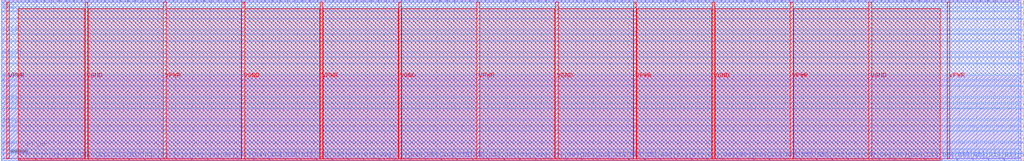
<source format=lef>
VERSION 5.7 ;
  NOWIREEXTENSIONATPIN ON ;
  DIVIDERCHAR "/" ;
  BUSBITCHARS "[]" ;
MACRO RAM32_1RW1R
  CLASS BLOCK ;
  FOREIGN RAM32_1RW1R ;
  ORIGIN 0.000 0.000 ;
  SIZE 1173.460 BY 185.440 ;
  PIN A0[0]
    DIRECTION INPUT ;
    USE SIGNAL ;
    PORT
      LAYER met3 ;
        RECT 1171.460 124.480 1173.460 125.080 ;
    END
  END A0[0]
  PIN A0[1]
    DIRECTION INPUT ;
    USE SIGNAL ;
    PORT
      LAYER met3 ;
        RECT 1171.460 137.400 1173.460 138.000 ;
    END
  END A0[1]
  PIN A0[2]
    DIRECTION INPUT ;
    USE SIGNAL ;
    PORT
      LAYER met3 ;
        RECT 1171.460 150.320 1173.460 150.920 ;
    END
  END A0[2]
  PIN A0[3]
    DIRECTION INPUT ;
    USE SIGNAL ;
    PORT
      LAYER met3 ;
        RECT 1171.460 163.240 1173.460 163.840 ;
    END
  END A0[3]
  PIN A0[4]
    DIRECTION INPUT ;
    USE SIGNAL ;
    PORT
      LAYER met3 ;
        RECT 1171.460 176.160 1173.460 176.760 ;
    END
  END A0[4]
  PIN A1[0]
    DIRECTION INPUT ;
    USE SIGNAL ;
    PORT
      LAYER met3 ;
        RECT 0.000 39.480 2.000 40.080 ;
    END
  END A1[0]
  PIN A1[1]
    DIRECTION INPUT ;
    USE SIGNAL ;
    PORT
      LAYER met3 ;
        RECT 0.000 66.000 2.000 66.600 ;
    END
  END A1[1]
  PIN A1[2]
    DIRECTION INPUT ;
    USE SIGNAL ;
    PORT
      LAYER met3 ;
        RECT 0.000 92.520 2.000 93.120 ;
    END
  END A1[2]
  PIN A1[3]
    DIRECTION INPUT ;
    USE SIGNAL ;
    PORT
      LAYER met3 ;
        RECT 0.000 119.040 2.000 119.640 ;
    END
  END A1[3]
  PIN A1[4]
    DIRECTION INPUT ;
    USE SIGNAL ;
    PORT
      LAYER met3 ;
        RECT 0.000 145.560 2.000 146.160 ;
    END
  END A1[4]
  PIN CLK
    DIRECTION INPUT ;
    USE SIGNAL ;
    PORT
      LAYER met3 ;
        RECT 0.000 12.960 2.000 13.560 ;
    END
  END CLK
  PIN Di0[0]
    DIRECTION INPUT ;
    USE SIGNAL ;
    PORT
      LAYER met2 ;
        RECT 21.250 0.000 21.530 2.000 ;
    END
  END Di0[0]
  PIN Di0[10]
    DIRECTION INPUT ;
    USE SIGNAL ;
    PORT
      LAYER met2 ;
        RECT 200.650 0.000 200.930 2.000 ;
    END
  END Di0[10]
  PIN Di0[11]
    DIRECTION INPUT ;
    USE SIGNAL ;
    PORT
      LAYER met2 ;
        RECT 218.590 0.000 218.870 2.000 ;
    END
  END Di0[11]
  PIN Di0[12]
    DIRECTION INPUT ;
    USE SIGNAL ;
    PORT
      LAYER met2 ;
        RECT 236.530 0.000 236.810 2.000 ;
    END
  END Di0[12]
  PIN Di0[13]
    DIRECTION INPUT ;
    USE SIGNAL ;
    PORT
      LAYER met2 ;
        RECT 254.470 0.000 254.750 2.000 ;
    END
  END Di0[13]
  PIN Di0[14]
    DIRECTION INPUT ;
    USE SIGNAL ;
    PORT
      LAYER met2 ;
        RECT 272.410 0.000 272.690 2.000 ;
    END
  END Di0[14]
  PIN Di0[15]
    DIRECTION INPUT ;
    USE SIGNAL ;
    PORT
      LAYER met2 ;
        RECT 290.350 0.000 290.630 2.000 ;
    END
  END Di0[15]
  PIN Di0[16]
    DIRECTION INPUT ;
    USE SIGNAL ;
    PORT
      LAYER met2 ;
        RECT 308.290 0.000 308.570 2.000 ;
    END
  END Di0[16]
  PIN Di0[17]
    DIRECTION INPUT ;
    USE SIGNAL ;
    PORT
      LAYER met2 ;
        RECT 326.230 0.000 326.510 2.000 ;
    END
  END Di0[17]
  PIN Di0[18]
    DIRECTION INPUT ;
    USE SIGNAL ;
    PORT
      LAYER met2 ;
        RECT 344.170 0.000 344.450 2.000 ;
    END
  END Di0[18]
  PIN Di0[19]
    DIRECTION INPUT ;
    USE SIGNAL ;
    PORT
      LAYER met2 ;
        RECT 362.110 0.000 362.390 2.000 ;
    END
  END Di0[19]
  PIN Di0[1]
    DIRECTION INPUT ;
    USE SIGNAL ;
    PORT
      LAYER met2 ;
        RECT 39.190 0.000 39.470 2.000 ;
    END
  END Di0[1]
  PIN Di0[20]
    DIRECTION INPUT ;
    USE SIGNAL ;
    PORT
      LAYER met2 ;
        RECT 380.050 0.000 380.330 2.000 ;
    END
  END Di0[20]
  PIN Di0[21]
    DIRECTION INPUT ;
    USE SIGNAL ;
    PORT
      LAYER met2 ;
        RECT 397.990 0.000 398.270 2.000 ;
    END
  END Di0[21]
  PIN Di0[22]
    DIRECTION INPUT ;
    USE SIGNAL ;
    PORT
      LAYER met2 ;
        RECT 415.930 0.000 416.210 2.000 ;
    END
  END Di0[22]
  PIN Di0[23]
    DIRECTION INPUT ;
    USE SIGNAL ;
    PORT
      LAYER met2 ;
        RECT 433.870 0.000 434.150 2.000 ;
    END
  END Di0[23]
  PIN Di0[24]
    DIRECTION INPUT ;
    USE SIGNAL ;
    PORT
      LAYER met2 ;
        RECT 451.810 0.000 452.090 2.000 ;
    END
  END Di0[24]
  PIN Di0[25]
    DIRECTION INPUT ;
    USE SIGNAL ;
    PORT
      LAYER met2 ;
        RECT 469.750 0.000 470.030 2.000 ;
    END
  END Di0[25]
  PIN Di0[26]
    DIRECTION INPUT ;
    USE SIGNAL ;
    PORT
      LAYER met2 ;
        RECT 487.690 0.000 487.970 2.000 ;
    END
  END Di0[26]
  PIN Di0[27]
    DIRECTION INPUT ;
    USE SIGNAL ;
    PORT
      LAYER met2 ;
        RECT 505.630 0.000 505.910 2.000 ;
    END
  END Di0[27]
  PIN Di0[28]
    DIRECTION INPUT ;
    USE SIGNAL ;
    PORT
      LAYER met2 ;
        RECT 523.570 0.000 523.850 2.000 ;
    END
  END Di0[28]
  PIN Di0[29]
    DIRECTION INPUT ;
    USE SIGNAL ;
    PORT
      LAYER met2 ;
        RECT 541.510 0.000 541.790 2.000 ;
    END
  END Di0[29]
  PIN Di0[2]
    DIRECTION INPUT ;
    USE SIGNAL ;
    PORT
      LAYER met2 ;
        RECT 57.130 0.000 57.410 2.000 ;
    END
  END Di0[2]
  PIN Di0[30]
    DIRECTION INPUT ;
    USE SIGNAL ;
    PORT
      LAYER met2 ;
        RECT 559.450 0.000 559.730 2.000 ;
    END
  END Di0[30]
  PIN Di0[31]
    DIRECTION INPUT ;
    USE SIGNAL ;
    PORT
      LAYER met2 ;
        RECT 577.390 0.000 577.670 2.000 ;
    END
  END Di0[31]
  PIN Di0[32]
    DIRECTION INPUT ;
    USE SIGNAL ;
    PORT
      LAYER met2 ;
        RECT 595.330 0.000 595.610 2.000 ;
    END
  END Di0[32]
  PIN Di0[33]
    DIRECTION INPUT ;
    USE SIGNAL ;
    PORT
      LAYER met2 ;
        RECT 613.270 0.000 613.550 2.000 ;
    END
  END Di0[33]
  PIN Di0[34]
    DIRECTION INPUT ;
    USE SIGNAL ;
    PORT
      LAYER met2 ;
        RECT 631.210 0.000 631.490 2.000 ;
    END
  END Di0[34]
  PIN Di0[35]
    DIRECTION INPUT ;
    USE SIGNAL ;
    PORT
      LAYER met2 ;
        RECT 649.150 0.000 649.430 2.000 ;
    END
  END Di0[35]
  PIN Di0[36]
    DIRECTION INPUT ;
    USE SIGNAL ;
    PORT
      LAYER met2 ;
        RECT 667.090 0.000 667.370 2.000 ;
    END
  END Di0[36]
  PIN Di0[37]
    DIRECTION INPUT ;
    USE SIGNAL ;
    PORT
      LAYER met2 ;
        RECT 685.030 0.000 685.310 2.000 ;
    END
  END Di0[37]
  PIN Di0[38]
    DIRECTION INPUT ;
    USE SIGNAL ;
    PORT
      LAYER met2 ;
        RECT 702.970 0.000 703.250 2.000 ;
    END
  END Di0[38]
  PIN Di0[39]
    DIRECTION INPUT ;
    USE SIGNAL ;
    PORT
      LAYER met2 ;
        RECT 720.910 0.000 721.190 2.000 ;
    END
  END Di0[39]
  PIN Di0[3]
    DIRECTION INPUT ;
    USE SIGNAL ;
    PORT
      LAYER met2 ;
        RECT 75.070 0.000 75.350 2.000 ;
    END
  END Di0[3]
  PIN Di0[40]
    DIRECTION INPUT ;
    USE SIGNAL ;
    PORT
      LAYER met2 ;
        RECT 738.850 0.000 739.130 2.000 ;
    END
  END Di0[40]
  PIN Di0[41]
    DIRECTION INPUT ;
    USE SIGNAL ;
    PORT
      LAYER met2 ;
        RECT 756.790 0.000 757.070 2.000 ;
    END
  END Di0[41]
  PIN Di0[42]
    DIRECTION INPUT ;
    USE SIGNAL ;
    PORT
      LAYER met2 ;
        RECT 774.730 0.000 775.010 2.000 ;
    END
  END Di0[42]
  PIN Di0[43]
    DIRECTION INPUT ;
    USE SIGNAL ;
    PORT
      LAYER met2 ;
        RECT 792.670 0.000 792.950 2.000 ;
    END
  END Di0[43]
  PIN Di0[44]
    DIRECTION INPUT ;
    USE SIGNAL ;
    PORT
      LAYER met2 ;
        RECT 810.610 0.000 810.890 2.000 ;
    END
  END Di0[44]
  PIN Di0[45]
    DIRECTION INPUT ;
    USE SIGNAL ;
    PORT
      LAYER met2 ;
        RECT 828.550 0.000 828.830 2.000 ;
    END
  END Di0[45]
  PIN Di0[46]
    DIRECTION INPUT ;
    USE SIGNAL ;
    PORT
      LAYER met2 ;
        RECT 846.490 0.000 846.770 2.000 ;
    END
  END Di0[46]
  PIN Di0[47]
    DIRECTION INPUT ;
    USE SIGNAL ;
    PORT
      LAYER met2 ;
        RECT 864.430 0.000 864.710 2.000 ;
    END
  END Di0[47]
  PIN Di0[48]
    DIRECTION INPUT ;
    USE SIGNAL ;
    PORT
      LAYER met2 ;
        RECT 882.370 0.000 882.650 2.000 ;
    END
  END Di0[48]
  PIN Di0[49]
    DIRECTION INPUT ;
    USE SIGNAL ;
    PORT
      LAYER met2 ;
        RECT 900.310 0.000 900.590 2.000 ;
    END
  END Di0[49]
  PIN Di0[4]
    DIRECTION INPUT ;
    USE SIGNAL ;
    PORT
      LAYER met2 ;
        RECT 93.010 0.000 93.290 2.000 ;
    END
  END Di0[4]
  PIN Di0[50]
    DIRECTION INPUT ;
    USE SIGNAL ;
    PORT
      LAYER met2 ;
        RECT 918.250 0.000 918.530 2.000 ;
    END
  END Di0[50]
  PIN Di0[51]
    DIRECTION INPUT ;
    USE SIGNAL ;
    PORT
      LAYER met2 ;
        RECT 936.190 0.000 936.470 2.000 ;
    END
  END Di0[51]
  PIN Di0[52]
    DIRECTION INPUT ;
    USE SIGNAL ;
    PORT
      LAYER met2 ;
        RECT 954.130 0.000 954.410 2.000 ;
    END
  END Di0[52]
  PIN Di0[53]
    DIRECTION INPUT ;
    USE SIGNAL ;
    PORT
      LAYER met2 ;
        RECT 972.070 0.000 972.350 2.000 ;
    END
  END Di0[53]
  PIN Di0[54]
    DIRECTION INPUT ;
    USE SIGNAL ;
    PORT
      LAYER met2 ;
        RECT 990.010 0.000 990.290 2.000 ;
    END
  END Di0[54]
  PIN Di0[55]
    DIRECTION INPUT ;
    USE SIGNAL ;
    PORT
      LAYER met2 ;
        RECT 1007.950 0.000 1008.230 2.000 ;
    END
  END Di0[55]
  PIN Di0[56]
    DIRECTION INPUT ;
    USE SIGNAL ;
    PORT
      LAYER met2 ;
        RECT 1025.890 0.000 1026.170 2.000 ;
    END
  END Di0[56]
  PIN Di0[57]
    DIRECTION INPUT ;
    USE SIGNAL ;
    PORT
      LAYER met2 ;
        RECT 1043.830 0.000 1044.110 2.000 ;
    END
  END Di0[57]
  PIN Di0[58]
    DIRECTION INPUT ;
    USE SIGNAL ;
    PORT
      LAYER met2 ;
        RECT 1061.770 0.000 1062.050 2.000 ;
    END
  END Di0[58]
  PIN Di0[59]
    DIRECTION INPUT ;
    USE SIGNAL ;
    PORT
      LAYER met2 ;
        RECT 1079.710 0.000 1079.990 2.000 ;
    END
  END Di0[59]
  PIN Di0[5]
    DIRECTION INPUT ;
    USE SIGNAL ;
    PORT
      LAYER met2 ;
        RECT 110.950 0.000 111.230 2.000 ;
    END
  END Di0[5]
  PIN Di0[60]
    DIRECTION INPUT ;
    USE SIGNAL ;
    PORT
      LAYER met2 ;
        RECT 1097.650 0.000 1097.930 2.000 ;
    END
  END Di0[60]
  PIN Di0[61]
    DIRECTION INPUT ;
    USE SIGNAL ;
    PORT
      LAYER met2 ;
        RECT 1115.590 0.000 1115.870 2.000 ;
    END
  END Di0[61]
  PIN Di0[62]
    DIRECTION INPUT ;
    USE SIGNAL ;
    PORT
      LAYER met2 ;
        RECT 1133.530 0.000 1133.810 2.000 ;
    END
  END Di0[62]
  PIN Di0[63]
    DIRECTION INPUT ;
    USE SIGNAL ;
    PORT
      LAYER met2 ;
        RECT 1151.470 0.000 1151.750 2.000 ;
    END
  END Di0[63]
  PIN Di0[6]
    DIRECTION INPUT ;
    USE SIGNAL ;
    PORT
      LAYER met2 ;
        RECT 128.890 0.000 129.170 2.000 ;
    END
  END Di0[6]
  PIN Di0[7]
    DIRECTION INPUT ;
    USE SIGNAL ;
    PORT
      LAYER met2 ;
        RECT 146.830 0.000 147.110 2.000 ;
    END
  END Di0[7]
  PIN Di0[8]
    DIRECTION INPUT ;
    USE SIGNAL ;
    PORT
      LAYER met2 ;
        RECT 164.770 0.000 165.050 2.000 ;
    END
  END Di0[8]
  PIN Di0[9]
    DIRECTION INPUT ;
    USE SIGNAL ;
    PORT
      LAYER met2 ;
        RECT 182.710 0.000 182.990 2.000 ;
    END
  END Di0[9]
  PIN Do0[0]
    DIRECTION OUTPUT TRISTATE ;
    USE SIGNAL ;
    PORT
      LAYER met2 ;
        RECT 31.370 183.440 31.650 185.440 ;
    END
  END Do0[0]
  PIN Do0[10]
    DIRECTION OUTPUT TRISTATE ;
    USE SIGNAL ;
    PORT
      LAYER met2 ;
        RECT 118.770 183.440 119.050 185.440 ;
    END
  END Do0[10]
  PIN Do0[11]
    DIRECTION OUTPUT TRISTATE ;
    USE SIGNAL ;
    PORT
      LAYER met2 ;
        RECT 136.250 183.440 136.530 185.440 ;
    END
  END Do0[11]
  PIN Do0[12]
    DIRECTION OUTPUT TRISTATE ;
    USE SIGNAL ;
    PORT
      LAYER met2 ;
        RECT 153.730 183.440 154.010 185.440 ;
    END
  END Do0[12]
  PIN Do0[13]
    DIRECTION OUTPUT TRISTATE ;
    USE SIGNAL ;
    PORT
      LAYER met2 ;
        RECT 171.210 183.440 171.490 185.440 ;
    END
  END Do0[13]
  PIN Do0[14]
    DIRECTION OUTPUT TRISTATE ;
    USE SIGNAL ;
    PORT
      LAYER met2 ;
        RECT 188.690 183.440 188.970 185.440 ;
    END
  END Do0[14]
  PIN Do0[15]
    DIRECTION OUTPUT TRISTATE ;
    USE SIGNAL ;
    PORT
      LAYER met2 ;
        RECT 206.170 183.440 206.450 185.440 ;
    END
  END Do0[15]
  PIN Do0[16]
    DIRECTION OUTPUT TRISTATE ;
    USE SIGNAL ;
    PORT
      LAYER met2 ;
        RECT 223.650 183.440 223.930 185.440 ;
    END
  END Do0[16]
  PIN Do0[17]
    DIRECTION OUTPUT TRISTATE ;
    USE SIGNAL ;
    PORT
      LAYER met2 ;
        RECT 241.130 183.440 241.410 185.440 ;
    END
  END Do0[17]
  PIN Do0[18]
    DIRECTION OUTPUT TRISTATE ;
    USE SIGNAL ;
    PORT
      LAYER met2 ;
        RECT 258.610 183.440 258.890 185.440 ;
    END
  END Do0[18]
  PIN Do0[19]
    DIRECTION OUTPUT TRISTATE ;
    USE SIGNAL ;
    PORT
      LAYER met2 ;
        RECT 276.090 183.440 276.370 185.440 ;
    END
  END Do0[19]
  PIN Do0[1]
    DIRECTION OUTPUT TRISTATE ;
    USE SIGNAL ;
    PORT
      LAYER met2 ;
        RECT 40.110 183.440 40.390 185.440 ;
    END
  END Do0[1]
  PIN Do0[20]
    DIRECTION OUTPUT TRISTATE ;
    USE SIGNAL ;
    PORT
      LAYER met2 ;
        RECT 293.570 183.440 293.850 185.440 ;
    END
  END Do0[20]
  PIN Do0[21]
    DIRECTION OUTPUT TRISTATE ;
    USE SIGNAL ;
    PORT
      LAYER met2 ;
        RECT 302.310 183.440 302.590 185.440 ;
    END
  END Do0[21]
  PIN Do0[22]
    DIRECTION OUTPUT TRISTATE ;
    USE SIGNAL ;
    PORT
      LAYER met2 ;
        RECT 311.050 183.440 311.330 185.440 ;
    END
  END Do0[22]
  PIN Do0[23]
    DIRECTION OUTPUT TRISTATE ;
    USE SIGNAL ;
    PORT
      LAYER met2 ;
        RECT 319.790 183.440 320.070 185.440 ;
    END
  END Do0[23]
  PIN Do0[24]
    DIRECTION OUTPUT TRISTATE ;
    USE SIGNAL ;
    PORT
      LAYER met2 ;
        RECT 328.530 183.440 328.810 185.440 ;
    END
  END Do0[24]
  PIN Do0[25]
    DIRECTION OUTPUT TRISTATE ;
    USE SIGNAL ;
    PORT
      LAYER met2 ;
        RECT 337.270 183.440 337.550 185.440 ;
    END
  END Do0[25]
  PIN Do0[26]
    DIRECTION OUTPUT TRISTATE ;
    USE SIGNAL ;
    PORT
      LAYER met2 ;
        RECT 346.010 183.440 346.290 185.440 ;
    END
  END Do0[26]
  PIN Do0[27]
    DIRECTION OUTPUT TRISTATE ;
    USE SIGNAL ;
    PORT
      LAYER met2 ;
        RECT 354.750 183.440 355.030 185.440 ;
    END
  END Do0[27]
  PIN Do0[28]
    DIRECTION OUTPUT TRISTATE ;
    USE SIGNAL ;
    PORT
      LAYER met2 ;
        RECT 363.490 183.440 363.770 185.440 ;
    END
  END Do0[28]
  PIN Do0[29]
    DIRECTION OUTPUT TRISTATE ;
    USE SIGNAL ;
    PORT
      LAYER met2 ;
        RECT 372.230 183.440 372.510 185.440 ;
    END
  END Do0[29]
  PIN Do0[2]
    DIRECTION OUTPUT TRISTATE ;
    USE SIGNAL ;
    PORT
      LAYER met2 ;
        RECT 48.850 183.440 49.130 185.440 ;
    END
  END Do0[2]
  PIN Do0[30]
    DIRECTION OUTPUT TRISTATE ;
    USE SIGNAL ;
    PORT
      LAYER met2 ;
        RECT 380.970 183.440 381.250 185.440 ;
    END
  END Do0[30]
  PIN Do0[31]
    DIRECTION OUTPUT TRISTATE ;
    USE SIGNAL ;
    PORT
      LAYER met2 ;
        RECT 389.710 183.440 389.990 185.440 ;
    END
  END Do0[31]
  PIN Do0[32]
    DIRECTION OUTPUT TRISTATE ;
    USE SIGNAL ;
    PORT
      LAYER met2 ;
        RECT 398.450 183.440 398.730 185.440 ;
    END
  END Do0[32]
  PIN Do0[33]
    DIRECTION OUTPUT TRISTATE ;
    USE SIGNAL ;
    PORT
      LAYER met2 ;
        RECT 407.190 183.440 407.470 185.440 ;
    END
  END Do0[33]
  PIN Do0[34]
    DIRECTION OUTPUT TRISTATE ;
    USE SIGNAL ;
    PORT
      LAYER met2 ;
        RECT 415.930 183.440 416.210 185.440 ;
    END
  END Do0[34]
  PIN Do0[35]
    DIRECTION OUTPUT TRISTATE ;
    USE SIGNAL ;
    PORT
      LAYER met2 ;
        RECT 424.670 183.440 424.950 185.440 ;
    END
  END Do0[35]
  PIN Do0[36]
    DIRECTION OUTPUT TRISTATE ;
    USE SIGNAL ;
    PORT
      LAYER met2 ;
        RECT 433.410 183.440 433.690 185.440 ;
    END
  END Do0[36]
  PIN Do0[37]
    DIRECTION OUTPUT TRISTATE ;
    USE SIGNAL ;
    PORT
      LAYER met2 ;
        RECT 442.150 183.440 442.430 185.440 ;
    END
  END Do0[37]
  PIN Do0[38]
    DIRECTION OUTPUT TRISTATE ;
    USE SIGNAL ;
    PORT
      LAYER met2 ;
        RECT 450.890 183.440 451.170 185.440 ;
    END
  END Do0[38]
  PIN Do0[39]
    DIRECTION OUTPUT TRISTATE ;
    USE SIGNAL ;
    PORT
      LAYER met2 ;
        RECT 459.630 183.440 459.910 185.440 ;
    END
  END Do0[39]
  PIN Do0[3]
    DIRECTION OUTPUT TRISTATE ;
    USE SIGNAL ;
    PORT
      LAYER met2 ;
        RECT 57.590 183.440 57.870 185.440 ;
    END
  END Do0[3]
  PIN Do0[40]
    DIRECTION OUTPUT TRISTATE ;
    USE SIGNAL ;
    PORT
      LAYER met2 ;
        RECT 468.370 183.440 468.650 185.440 ;
    END
  END Do0[40]
  PIN Do0[41]
    DIRECTION OUTPUT TRISTATE ;
    USE SIGNAL ;
    PORT
      LAYER met2 ;
        RECT 477.110 183.440 477.390 185.440 ;
    END
  END Do0[41]
  PIN Do0[42]
    DIRECTION OUTPUT TRISTATE ;
    USE SIGNAL ;
    PORT
      LAYER met2 ;
        RECT 485.850 183.440 486.130 185.440 ;
    END
  END Do0[42]
  PIN Do0[43]
    DIRECTION OUTPUT TRISTATE ;
    USE SIGNAL ;
    PORT
      LAYER met2 ;
        RECT 494.590 183.440 494.870 185.440 ;
    END
  END Do0[43]
  PIN Do0[44]
    DIRECTION OUTPUT TRISTATE ;
    USE SIGNAL ;
    PORT
      LAYER met2 ;
        RECT 503.330 183.440 503.610 185.440 ;
    END
  END Do0[44]
  PIN Do0[45]
    DIRECTION OUTPUT TRISTATE ;
    USE SIGNAL ;
    PORT
      LAYER met2 ;
        RECT 512.070 183.440 512.350 185.440 ;
    END
  END Do0[45]
  PIN Do0[46]
    DIRECTION OUTPUT TRISTATE ;
    USE SIGNAL ;
    PORT
      LAYER met2 ;
        RECT 520.810 183.440 521.090 185.440 ;
    END
  END Do0[46]
  PIN Do0[47]
    DIRECTION OUTPUT TRISTATE ;
    USE SIGNAL ;
    PORT
      LAYER met2 ;
        RECT 529.550 183.440 529.830 185.440 ;
    END
  END Do0[47]
  PIN Do0[48]
    DIRECTION OUTPUT TRISTATE ;
    USE SIGNAL ;
    PORT
      LAYER met2 ;
        RECT 538.290 183.440 538.570 185.440 ;
    END
  END Do0[48]
  PIN Do0[49]
    DIRECTION OUTPUT TRISTATE ;
    USE SIGNAL ;
    PORT
      LAYER met2 ;
        RECT 547.030 183.440 547.310 185.440 ;
    END
  END Do0[49]
  PIN Do0[4]
    DIRECTION OUTPUT TRISTATE ;
    USE SIGNAL ;
    PORT
      LAYER met2 ;
        RECT 66.330 183.440 66.610 185.440 ;
    END
  END Do0[4]
  PIN Do0[50]
    DIRECTION OUTPUT TRISTATE ;
    USE SIGNAL ;
    PORT
      LAYER met2 ;
        RECT 555.770 183.440 556.050 185.440 ;
    END
  END Do0[50]
  PIN Do0[51]
    DIRECTION OUTPUT TRISTATE ;
    USE SIGNAL ;
    PORT
      LAYER met2 ;
        RECT 564.510 183.440 564.790 185.440 ;
    END
  END Do0[51]
  PIN Do0[52]
    DIRECTION OUTPUT TRISTATE ;
    USE SIGNAL ;
    PORT
      LAYER met2 ;
        RECT 573.250 183.440 573.530 185.440 ;
    END
  END Do0[52]
  PIN Do0[53]
    DIRECTION OUTPUT TRISTATE ;
    USE SIGNAL ;
    PORT
      LAYER met2 ;
        RECT 581.990 183.440 582.270 185.440 ;
    END
  END Do0[53]
  PIN Do0[54]
    DIRECTION OUTPUT TRISTATE ;
    USE SIGNAL ;
    PORT
      LAYER met2 ;
        RECT 590.730 183.440 591.010 185.440 ;
    END
  END Do0[54]
  PIN Do0[55]
    DIRECTION OUTPUT TRISTATE ;
    USE SIGNAL ;
    PORT
      LAYER met2 ;
        RECT 599.470 183.440 599.750 185.440 ;
    END
  END Do0[55]
  PIN Do0[56]
    DIRECTION OUTPUT TRISTATE ;
    USE SIGNAL ;
    PORT
      LAYER met2 ;
        RECT 608.210 183.440 608.490 185.440 ;
    END
  END Do0[56]
  PIN Do0[57]
    DIRECTION OUTPUT TRISTATE ;
    USE SIGNAL ;
    PORT
      LAYER met2 ;
        RECT 616.950 183.440 617.230 185.440 ;
    END
  END Do0[57]
  PIN Do0[58]
    DIRECTION OUTPUT TRISTATE ;
    USE SIGNAL ;
    PORT
      LAYER met2 ;
        RECT 625.690 183.440 625.970 185.440 ;
    END
  END Do0[58]
  PIN Do0[59]
    DIRECTION OUTPUT TRISTATE ;
    USE SIGNAL ;
    PORT
      LAYER met2 ;
        RECT 634.430 183.440 634.710 185.440 ;
    END
  END Do0[59]
  PIN Do0[5]
    DIRECTION OUTPUT TRISTATE ;
    USE SIGNAL ;
    PORT
      LAYER met2 ;
        RECT 75.070 183.440 75.350 185.440 ;
    END
  END Do0[5]
  PIN Do0[60]
    DIRECTION OUTPUT TRISTATE ;
    USE SIGNAL ;
    PORT
      LAYER met2 ;
        RECT 643.170 183.440 643.450 185.440 ;
    END
  END Do0[60]
  PIN Do0[61]
    DIRECTION OUTPUT TRISTATE ;
    USE SIGNAL ;
    PORT
      LAYER met2 ;
        RECT 651.910 183.440 652.190 185.440 ;
    END
  END Do0[61]
  PIN Do0[62]
    DIRECTION OUTPUT TRISTATE ;
    USE SIGNAL ;
    PORT
      LAYER met2 ;
        RECT 660.650 183.440 660.930 185.440 ;
    END
  END Do0[62]
  PIN Do0[63]
    DIRECTION OUTPUT TRISTATE ;
    USE SIGNAL ;
    PORT
      LAYER met2 ;
        RECT 669.390 183.440 669.670 185.440 ;
    END
  END Do0[63]
  PIN Do0[6]
    DIRECTION OUTPUT TRISTATE ;
    USE SIGNAL ;
    PORT
      LAYER met2 ;
        RECT 83.810 183.440 84.090 185.440 ;
    END
  END Do0[6]
  PIN Do0[7]
    DIRECTION OUTPUT TRISTATE ;
    USE SIGNAL ;
    PORT
      LAYER met2 ;
        RECT 92.550 183.440 92.830 185.440 ;
    END
  END Do0[7]
  PIN Do0[8]
    DIRECTION OUTPUT TRISTATE ;
    USE SIGNAL ;
    PORT
      LAYER met2 ;
        RECT 101.290 183.440 101.570 185.440 ;
    END
  END Do0[8]
  PIN Do0[9]
    DIRECTION OUTPUT TRISTATE ;
    USE SIGNAL ;
    PORT
      LAYER met2 ;
        RECT 110.030 183.440 110.310 185.440 ;
    END
  END Do0[9]
  PIN Do1[0]
    DIRECTION OUTPUT TRISTATE ;
    USE SIGNAL ;
    PORT
      LAYER met2 ;
        RECT 127.510 183.440 127.790 185.440 ;
    END
  END Do1[0]
  PIN Do1[10]
    DIRECTION OUTPUT TRISTATE ;
    USE SIGNAL ;
    PORT
      LAYER met2 ;
        RECT 678.130 183.440 678.410 185.440 ;
    END
  END Do1[10]
  PIN Do1[11]
    DIRECTION OUTPUT TRISTATE ;
    USE SIGNAL ;
    PORT
      LAYER met2 ;
        RECT 686.870 183.440 687.150 185.440 ;
    END
  END Do1[11]
  PIN Do1[12]
    DIRECTION OUTPUT TRISTATE ;
    USE SIGNAL ;
    PORT
      LAYER met2 ;
        RECT 695.610 183.440 695.890 185.440 ;
    END
  END Do1[12]
  PIN Do1[13]
    DIRECTION OUTPUT TRISTATE ;
    USE SIGNAL ;
    PORT
      LAYER met2 ;
        RECT 704.350 183.440 704.630 185.440 ;
    END
  END Do1[13]
  PIN Do1[14]
    DIRECTION OUTPUT TRISTATE ;
    USE SIGNAL ;
    PORT
      LAYER met2 ;
        RECT 713.090 183.440 713.370 185.440 ;
    END
  END Do1[14]
  PIN Do1[15]
    DIRECTION OUTPUT TRISTATE ;
    USE SIGNAL ;
    PORT
      LAYER met2 ;
        RECT 721.830 183.440 722.110 185.440 ;
    END
  END Do1[15]
  PIN Do1[16]
    DIRECTION OUTPUT TRISTATE ;
    USE SIGNAL ;
    PORT
      LAYER met2 ;
        RECT 730.570 183.440 730.850 185.440 ;
    END
  END Do1[16]
  PIN Do1[17]
    DIRECTION OUTPUT TRISTATE ;
    USE SIGNAL ;
    PORT
      LAYER met2 ;
        RECT 739.310 183.440 739.590 185.440 ;
    END
  END Do1[17]
  PIN Do1[18]
    DIRECTION OUTPUT TRISTATE ;
    USE SIGNAL ;
    PORT
      LAYER met2 ;
        RECT 748.050 183.440 748.330 185.440 ;
    END
  END Do1[18]
  PIN Do1[19]
    DIRECTION OUTPUT TRISTATE ;
    USE SIGNAL ;
    PORT
      LAYER met2 ;
        RECT 756.790 183.440 757.070 185.440 ;
    END
  END Do1[19]
  PIN Do1[1]
    DIRECTION OUTPUT TRISTATE ;
    USE SIGNAL ;
    PORT
      LAYER met2 ;
        RECT 144.990 183.440 145.270 185.440 ;
    END
  END Do1[1]
  PIN Do1[20]
    DIRECTION OUTPUT TRISTATE ;
    USE SIGNAL ;
    PORT
      LAYER met2 ;
        RECT 765.530 183.440 765.810 185.440 ;
    END
  END Do1[20]
  PIN Do1[21]
    DIRECTION OUTPUT TRISTATE ;
    USE SIGNAL ;
    PORT
      LAYER met2 ;
        RECT 774.270 183.440 774.550 185.440 ;
    END
  END Do1[21]
  PIN Do1[22]
    DIRECTION OUTPUT TRISTATE ;
    USE SIGNAL ;
    PORT
      LAYER met2 ;
        RECT 783.010 183.440 783.290 185.440 ;
    END
  END Do1[22]
  PIN Do1[23]
    DIRECTION OUTPUT TRISTATE ;
    USE SIGNAL ;
    PORT
      LAYER met2 ;
        RECT 791.750 183.440 792.030 185.440 ;
    END
  END Do1[23]
  PIN Do1[24]
    DIRECTION OUTPUT TRISTATE ;
    USE SIGNAL ;
    PORT
      LAYER met2 ;
        RECT 800.490 183.440 800.770 185.440 ;
    END
  END Do1[24]
  PIN Do1[25]
    DIRECTION OUTPUT TRISTATE ;
    USE SIGNAL ;
    PORT
      LAYER met2 ;
        RECT 809.230 183.440 809.510 185.440 ;
    END
  END Do1[25]
  PIN Do1[26]
    DIRECTION OUTPUT TRISTATE ;
    USE SIGNAL ;
    PORT
      LAYER met2 ;
        RECT 817.970 183.440 818.250 185.440 ;
    END
  END Do1[26]
  PIN Do1[27]
    DIRECTION OUTPUT TRISTATE ;
    USE SIGNAL ;
    PORT
      LAYER met2 ;
        RECT 826.710 183.440 826.990 185.440 ;
    END
  END Do1[27]
  PIN Do1[28]
    DIRECTION OUTPUT TRISTATE ;
    USE SIGNAL ;
    PORT
      LAYER met2 ;
        RECT 835.450 183.440 835.730 185.440 ;
    END
  END Do1[28]
  PIN Do1[29]
    DIRECTION OUTPUT TRISTATE ;
    USE SIGNAL ;
    PORT
      LAYER met2 ;
        RECT 844.190 183.440 844.470 185.440 ;
    END
  END Do1[29]
  PIN Do1[2]
    DIRECTION OUTPUT TRISTATE ;
    USE SIGNAL ;
    PORT
      LAYER met2 ;
        RECT 162.470 183.440 162.750 185.440 ;
    END
  END Do1[2]
  PIN Do1[30]
    DIRECTION OUTPUT TRISTATE ;
    USE SIGNAL ;
    PORT
      LAYER met2 ;
        RECT 852.930 183.440 853.210 185.440 ;
    END
  END Do1[30]
  PIN Do1[31]
    DIRECTION OUTPUT TRISTATE ;
    USE SIGNAL ;
    PORT
      LAYER met2 ;
        RECT 861.670 183.440 861.950 185.440 ;
    END
  END Do1[31]
  PIN Do1[32]
    DIRECTION OUTPUT TRISTATE ;
    USE SIGNAL ;
    PORT
      LAYER met2 ;
        RECT 870.410 183.440 870.690 185.440 ;
    END
  END Do1[32]
  PIN Do1[33]
    DIRECTION OUTPUT TRISTATE ;
    USE SIGNAL ;
    PORT
      LAYER met2 ;
        RECT 879.150 183.440 879.430 185.440 ;
    END
  END Do1[33]
  PIN Do1[34]
    DIRECTION OUTPUT TRISTATE ;
    USE SIGNAL ;
    PORT
      LAYER met2 ;
        RECT 887.890 183.440 888.170 185.440 ;
    END
  END Do1[34]
  PIN Do1[35]
    DIRECTION OUTPUT TRISTATE ;
    USE SIGNAL ;
    PORT
      LAYER met2 ;
        RECT 896.630 183.440 896.910 185.440 ;
    END
  END Do1[35]
  PIN Do1[36]
    DIRECTION OUTPUT TRISTATE ;
    USE SIGNAL ;
    PORT
      LAYER met2 ;
        RECT 905.370 183.440 905.650 185.440 ;
    END
  END Do1[36]
  PIN Do1[37]
    DIRECTION OUTPUT TRISTATE ;
    USE SIGNAL ;
    PORT
      LAYER met2 ;
        RECT 914.110 183.440 914.390 185.440 ;
    END
  END Do1[37]
  PIN Do1[38]
    DIRECTION OUTPUT TRISTATE ;
    USE SIGNAL ;
    PORT
      LAYER met2 ;
        RECT 922.850 183.440 923.130 185.440 ;
    END
  END Do1[38]
  PIN Do1[39]
    DIRECTION OUTPUT TRISTATE ;
    USE SIGNAL ;
    PORT
      LAYER met2 ;
        RECT 931.590 183.440 931.870 185.440 ;
    END
  END Do1[39]
  PIN Do1[3]
    DIRECTION OUTPUT TRISTATE ;
    USE SIGNAL ;
    PORT
      LAYER met2 ;
        RECT 179.950 183.440 180.230 185.440 ;
    END
  END Do1[3]
  PIN Do1[40]
    DIRECTION OUTPUT TRISTATE ;
    USE SIGNAL ;
    PORT
      LAYER met2 ;
        RECT 940.330 183.440 940.610 185.440 ;
    END
  END Do1[40]
  PIN Do1[41]
    DIRECTION OUTPUT TRISTATE ;
    USE SIGNAL ;
    PORT
      LAYER met2 ;
        RECT 949.070 183.440 949.350 185.440 ;
    END
  END Do1[41]
  PIN Do1[42]
    DIRECTION OUTPUT TRISTATE ;
    USE SIGNAL ;
    PORT
      LAYER met2 ;
        RECT 957.810 183.440 958.090 185.440 ;
    END
  END Do1[42]
  PIN Do1[43]
    DIRECTION OUTPUT TRISTATE ;
    USE SIGNAL ;
    PORT
      LAYER met2 ;
        RECT 966.550 183.440 966.830 185.440 ;
    END
  END Do1[43]
  PIN Do1[44]
    DIRECTION OUTPUT TRISTATE ;
    USE SIGNAL ;
    PORT
      LAYER met2 ;
        RECT 975.290 183.440 975.570 185.440 ;
    END
  END Do1[44]
  PIN Do1[45]
    DIRECTION OUTPUT TRISTATE ;
    USE SIGNAL ;
    PORT
      LAYER met2 ;
        RECT 984.030 183.440 984.310 185.440 ;
    END
  END Do1[45]
  PIN Do1[46]
    DIRECTION OUTPUT TRISTATE ;
    USE SIGNAL ;
    PORT
      LAYER met2 ;
        RECT 992.770 183.440 993.050 185.440 ;
    END
  END Do1[46]
  PIN Do1[47]
    DIRECTION OUTPUT TRISTATE ;
    USE SIGNAL ;
    PORT
      LAYER met2 ;
        RECT 1001.510 183.440 1001.790 185.440 ;
    END
  END Do1[47]
  PIN Do1[48]
    DIRECTION OUTPUT TRISTATE ;
    USE SIGNAL ;
    PORT
      LAYER met2 ;
        RECT 1010.250 183.440 1010.530 185.440 ;
    END
  END Do1[48]
  PIN Do1[49]
    DIRECTION OUTPUT TRISTATE ;
    USE SIGNAL ;
    PORT
      LAYER met2 ;
        RECT 1018.990 183.440 1019.270 185.440 ;
    END
  END Do1[49]
  PIN Do1[4]
    DIRECTION OUTPUT TRISTATE ;
    USE SIGNAL ;
    PORT
      LAYER met2 ;
        RECT 197.430 183.440 197.710 185.440 ;
    END
  END Do1[4]
  PIN Do1[50]
    DIRECTION OUTPUT TRISTATE ;
    USE SIGNAL ;
    PORT
      LAYER met2 ;
        RECT 1027.730 183.440 1028.010 185.440 ;
    END
  END Do1[50]
  PIN Do1[51]
    DIRECTION OUTPUT TRISTATE ;
    USE SIGNAL ;
    PORT
      LAYER met2 ;
        RECT 1036.470 183.440 1036.750 185.440 ;
    END
  END Do1[51]
  PIN Do1[52]
    DIRECTION OUTPUT TRISTATE ;
    USE SIGNAL ;
    PORT
      LAYER met2 ;
        RECT 1045.210 183.440 1045.490 185.440 ;
    END
  END Do1[52]
  PIN Do1[53]
    DIRECTION OUTPUT TRISTATE ;
    USE SIGNAL ;
    PORT
      LAYER met2 ;
        RECT 1053.950 183.440 1054.230 185.440 ;
    END
  END Do1[53]
  PIN Do1[54]
    DIRECTION OUTPUT TRISTATE ;
    USE SIGNAL ;
    PORT
      LAYER met2 ;
        RECT 1062.690 183.440 1062.970 185.440 ;
    END
  END Do1[54]
  PIN Do1[55]
    DIRECTION OUTPUT TRISTATE ;
    USE SIGNAL ;
    PORT
      LAYER met2 ;
        RECT 1071.430 183.440 1071.710 185.440 ;
    END
  END Do1[55]
  PIN Do1[56]
    DIRECTION OUTPUT TRISTATE ;
    USE SIGNAL ;
    PORT
      LAYER met2 ;
        RECT 1080.170 183.440 1080.450 185.440 ;
    END
  END Do1[56]
  PIN Do1[57]
    DIRECTION OUTPUT TRISTATE ;
    USE SIGNAL ;
    PORT
      LAYER met2 ;
        RECT 1088.910 183.440 1089.190 185.440 ;
    END
  END Do1[57]
  PIN Do1[58]
    DIRECTION OUTPUT TRISTATE ;
    USE SIGNAL ;
    PORT
      LAYER met2 ;
        RECT 1097.650 183.440 1097.930 185.440 ;
    END
  END Do1[58]
  PIN Do1[59]
    DIRECTION OUTPUT TRISTATE ;
    USE SIGNAL ;
    PORT
      LAYER met2 ;
        RECT 1106.390 183.440 1106.670 185.440 ;
    END
  END Do1[59]
  PIN Do1[5]
    DIRECTION OUTPUT TRISTATE ;
    USE SIGNAL ;
    PORT
      LAYER met2 ;
        RECT 214.910 183.440 215.190 185.440 ;
    END
  END Do1[5]
  PIN Do1[60]
    DIRECTION OUTPUT TRISTATE ;
    USE SIGNAL ;
    PORT
      LAYER met2 ;
        RECT 1115.130 183.440 1115.410 185.440 ;
    END
  END Do1[60]
  PIN Do1[61]
    DIRECTION OUTPUT TRISTATE ;
    USE SIGNAL ;
    PORT
      LAYER met2 ;
        RECT 1123.870 183.440 1124.150 185.440 ;
    END
  END Do1[61]
  PIN Do1[62]
    DIRECTION OUTPUT TRISTATE ;
    USE SIGNAL ;
    PORT
      LAYER met2 ;
        RECT 1132.610 183.440 1132.890 185.440 ;
    END
  END Do1[62]
  PIN Do1[63]
    DIRECTION OUTPUT TRISTATE ;
    USE SIGNAL ;
    PORT
      LAYER met2 ;
        RECT 1141.350 183.440 1141.630 185.440 ;
    END
  END Do1[63]
  PIN Do1[6]
    DIRECTION OUTPUT TRISTATE ;
    USE SIGNAL ;
    PORT
      LAYER met2 ;
        RECT 232.390 183.440 232.670 185.440 ;
    END
  END Do1[6]
  PIN Do1[7]
    DIRECTION OUTPUT TRISTATE ;
    USE SIGNAL ;
    PORT
      LAYER met2 ;
        RECT 249.870 183.440 250.150 185.440 ;
    END
  END Do1[7]
  PIN Do1[8]
    DIRECTION OUTPUT TRISTATE ;
    USE SIGNAL ;
    PORT
      LAYER met2 ;
        RECT 267.350 183.440 267.630 185.440 ;
    END
  END Do1[8]
  PIN Do1[9]
    DIRECTION OUTPUT TRISTATE ;
    USE SIGNAL ;
    PORT
      LAYER met2 ;
        RECT 284.830 183.440 285.110 185.440 ;
    END
  END Do1[9]
  PIN EN0
    DIRECTION INPUT ;
    USE SIGNAL ;
    PORT
      LAYER met3 ;
        RECT 1171.460 8.200 1173.460 8.800 ;
    END
  END EN0
  PIN EN1
    DIRECTION INPUT ;
    USE SIGNAL ;
    PORT
      LAYER met3 ;
        RECT 0.000 172.080 2.000 172.680 ;
    END
  END EN1
  PIN VGND
    DIRECTION INOUT ;
    USE GROUND ;
    PORT
      LAYER met4 ;
        RECT 96.210 2.480 99.310 182.480 ;
    END
    PORT
      LAYER met4 ;
        RECT 276.210 2.480 279.310 182.480 ;
    END
    PORT
      LAYER met4 ;
        RECT 456.210 2.480 459.310 182.480 ;
    END
    PORT
      LAYER met4 ;
        RECT 636.210 2.480 639.310 182.480 ;
    END
    PORT
      LAYER met4 ;
        RECT 816.210 2.480 819.310 182.480 ;
    END
    PORT
      LAYER met4 ;
        RECT 996.210 2.480 999.310 182.480 ;
    END
  END VGND
  PIN VPWR
    DIRECTION INOUT ;
    USE POWER ;
    PORT
      LAYER met4 ;
        RECT 6.210 2.480 9.310 182.480 ;
    END
    PORT
      LAYER met4 ;
        RECT 186.210 2.480 189.310 182.480 ;
    END
    PORT
      LAYER met4 ;
        RECT 366.210 2.480 369.310 182.480 ;
    END
    PORT
      LAYER met4 ;
        RECT 546.210 2.480 549.310 182.480 ;
    END
    PORT
      LAYER met4 ;
        RECT 726.210 2.480 729.310 182.480 ;
    END
    PORT
      LAYER met4 ;
        RECT 906.210 2.480 909.310 182.480 ;
    END
    PORT
      LAYER met4 ;
        RECT 1086.210 2.480 1089.310 182.480 ;
    END
  END VPWR
  PIN WE0[0]
    DIRECTION INPUT ;
    USE SIGNAL ;
    PORT
      LAYER met3 ;
        RECT 1171.460 21.120 1173.460 21.720 ;
    END
  END WE0[0]
  PIN WE0[1]
    DIRECTION INPUT ;
    USE SIGNAL ;
    PORT
      LAYER met3 ;
        RECT 1171.460 34.040 1173.460 34.640 ;
    END
  END WE0[1]
  PIN WE0[2]
    DIRECTION INPUT ;
    USE SIGNAL ;
    PORT
      LAYER met3 ;
        RECT 1171.460 46.960 1173.460 47.560 ;
    END
  END WE0[2]
  PIN WE0[3]
    DIRECTION INPUT ;
    USE SIGNAL ;
    PORT
      LAYER met3 ;
        RECT 1171.460 59.880 1173.460 60.480 ;
    END
  END WE0[3]
  PIN WE0[4]
    DIRECTION INPUT ;
    USE SIGNAL ;
    PORT
      LAYER met3 ;
        RECT 1171.460 72.800 1173.460 73.400 ;
    END
  END WE0[4]
  PIN WE0[5]
    DIRECTION INPUT ;
    USE SIGNAL ;
    PORT
      LAYER met3 ;
        RECT 1171.460 85.720 1173.460 86.320 ;
    END
  END WE0[5]
  PIN WE0[6]
    DIRECTION INPUT ;
    USE SIGNAL ;
    PORT
      LAYER met3 ;
        RECT 1171.460 98.640 1173.460 99.240 ;
    END
  END WE0[6]
  PIN WE0[7]
    DIRECTION INPUT ;
    USE SIGNAL ;
    PORT
      LAYER met3 ;
        RECT 1171.460 111.560 1173.460 112.160 ;
    END
  END WE0[7]
  OBS
      LAYER li1 ;
        RECT 2.760 2.635 1170.700 98.005 ;
      LAYER met1 ;
        RECT 0.070 0.040 1170.700 184.580 ;
      LAYER met2 ;
        RECT 0.100 183.160 31.090 184.610 ;
        RECT 31.930 183.160 39.830 184.610 ;
        RECT 40.670 183.160 48.570 184.610 ;
        RECT 49.410 183.160 57.310 184.610 ;
        RECT 58.150 183.160 66.050 184.610 ;
        RECT 66.890 183.160 74.790 184.610 ;
        RECT 75.630 183.160 83.530 184.610 ;
        RECT 84.370 183.160 92.270 184.610 ;
        RECT 93.110 183.160 101.010 184.610 ;
        RECT 101.850 183.160 109.750 184.610 ;
        RECT 110.590 183.160 118.490 184.610 ;
        RECT 119.330 183.160 127.230 184.610 ;
        RECT 128.070 183.160 135.970 184.610 ;
        RECT 136.810 183.160 144.710 184.610 ;
        RECT 145.550 183.160 153.450 184.610 ;
        RECT 154.290 183.160 162.190 184.610 ;
        RECT 163.030 183.160 170.930 184.610 ;
        RECT 171.770 183.160 179.670 184.610 ;
        RECT 180.510 183.160 188.410 184.610 ;
        RECT 189.250 183.160 197.150 184.610 ;
        RECT 197.990 183.160 205.890 184.610 ;
        RECT 206.730 183.160 214.630 184.610 ;
        RECT 215.470 183.160 223.370 184.610 ;
        RECT 224.210 183.160 232.110 184.610 ;
        RECT 232.950 183.160 240.850 184.610 ;
        RECT 241.690 183.160 249.590 184.610 ;
        RECT 250.430 183.160 258.330 184.610 ;
        RECT 259.170 183.160 267.070 184.610 ;
        RECT 267.910 183.160 275.810 184.610 ;
        RECT 276.650 183.160 284.550 184.610 ;
        RECT 285.390 183.160 293.290 184.610 ;
        RECT 294.130 183.160 302.030 184.610 ;
        RECT 302.870 183.160 310.770 184.610 ;
        RECT 311.610 183.160 319.510 184.610 ;
        RECT 320.350 183.160 328.250 184.610 ;
        RECT 329.090 183.160 336.990 184.610 ;
        RECT 337.830 183.160 345.730 184.610 ;
        RECT 346.570 183.160 354.470 184.610 ;
        RECT 355.310 183.160 363.210 184.610 ;
        RECT 364.050 183.160 371.950 184.610 ;
        RECT 372.790 183.160 380.690 184.610 ;
        RECT 381.530 183.160 389.430 184.610 ;
        RECT 390.270 183.160 398.170 184.610 ;
        RECT 399.010 183.160 406.910 184.610 ;
        RECT 407.750 183.160 415.650 184.610 ;
        RECT 416.490 183.160 424.390 184.610 ;
        RECT 425.230 183.160 433.130 184.610 ;
        RECT 433.970 183.160 441.870 184.610 ;
        RECT 442.710 183.160 450.610 184.610 ;
        RECT 451.450 183.160 459.350 184.610 ;
        RECT 460.190 183.160 468.090 184.610 ;
        RECT 468.930 183.160 476.830 184.610 ;
        RECT 477.670 183.160 485.570 184.610 ;
        RECT 486.410 183.160 494.310 184.610 ;
        RECT 495.150 183.160 503.050 184.610 ;
        RECT 503.890 183.160 511.790 184.610 ;
        RECT 512.630 183.160 520.530 184.610 ;
        RECT 521.370 183.160 529.270 184.610 ;
        RECT 530.110 183.160 538.010 184.610 ;
        RECT 538.850 183.160 546.750 184.610 ;
        RECT 547.590 183.160 555.490 184.610 ;
        RECT 556.330 183.160 564.230 184.610 ;
        RECT 565.070 183.160 572.970 184.610 ;
        RECT 573.810 183.160 581.710 184.610 ;
        RECT 582.550 183.160 590.450 184.610 ;
        RECT 591.290 183.160 599.190 184.610 ;
        RECT 600.030 183.160 607.930 184.610 ;
        RECT 608.770 183.160 616.670 184.610 ;
        RECT 617.510 183.160 625.410 184.610 ;
        RECT 626.250 183.160 634.150 184.610 ;
        RECT 634.990 183.160 642.890 184.610 ;
        RECT 643.730 183.160 651.630 184.610 ;
        RECT 652.470 183.160 660.370 184.610 ;
        RECT 661.210 183.160 669.110 184.610 ;
        RECT 669.950 183.160 677.850 184.610 ;
        RECT 678.690 183.160 686.590 184.610 ;
        RECT 687.430 183.160 695.330 184.610 ;
        RECT 696.170 183.160 704.070 184.610 ;
        RECT 704.910 183.160 712.810 184.610 ;
        RECT 713.650 183.160 721.550 184.610 ;
        RECT 722.390 183.160 730.290 184.610 ;
        RECT 731.130 183.160 739.030 184.610 ;
        RECT 739.870 183.160 747.770 184.610 ;
        RECT 748.610 183.160 756.510 184.610 ;
        RECT 757.350 183.160 765.250 184.610 ;
        RECT 766.090 183.160 773.990 184.610 ;
        RECT 774.830 183.160 782.730 184.610 ;
        RECT 783.570 183.160 791.470 184.610 ;
        RECT 792.310 183.160 800.210 184.610 ;
        RECT 801.050 183.160 808.950 184.610 ;
        RECT 809.790 183.160 817.690 184.610 ;
        RECT 818.530 183.160 826.430 184.610 ;
        RECT 827.270 183.160 835.170 184.610 ;
        RECT 836.010 183.160 843.910 184.610 ;
        RECT 844.750 183.160 852.650 184.610 ;
        RECT 853.490 183.160 861.390 184.610 ;
        RECT 862.230 183.160 870.130 184.610 ;
        RECT 870.970 183.160 878.870 184.610 ;
        RECT 879.710 183.160 887.610 184.610 ;
        RECT 888.450 183.160 896.350 184.610 ;
        RECT 897.190 183.160 905.090 184.610 ;
        RECT 905.930 183.160 913.830 184.610 ;
        RECT 914.670 183.160 922.570 184.610 ;
        RECT 923.410 183.160 931.310 184.610 ;
        RECT 932.150 183.160 940.050 184.610 ;
        RECT 940.890 183.160 948.790 184.610 ;
        RECT 949.630 183.160 957.530 184.610 ;
        RECT 958.370 183.160 966.270 184.610 ;
        RECT 967.110 183.160 975.010 184.610 ;
        RECT 975.850 183.160 983.750 184.610 ;
        RECT 984.590 183.160 992.490 184.610 ;
        RECT 993.330 183.160 1001.230 184.610 ;
        RECT 1002.070 183.160 1009.970 184.610 ;
        RECT 1010.810 183.160 1018.710 184.610 ;
        RECT 1019.550 183.160 1027.450 184.610 ;
        RECT 1028.290 183.160 1036.190 184.610 ;
        RECT 1037.030 183.160 1044.930 184.610 ;
        RECT 1045.770 183.160 1053.670 184.610 ;
        RECT 1054.510 183.160 1062.410 184.610 ;
        RECT 1063.250 183.160 1071.150 184.610 ;
        RECT 1071.990 183.160 1079.890 184.610 ;
        RECT 1080.730 183.160 1088.630 184.610 ;
        RECT 1089.470 183.160 1097.370 184.610 ;
        RECT 1098.210 183.160 1106.110 184.610 ;
        RECT 1106.950 183.160 1114.850 184.610 ;
        RECT 1115.690 183.160 1123.590 184.610 ;
        RECT 1124.430 183.160 1132.330 184.610 ;
        RECT 1133.170 183.160 1141.070 184.610 ;
        RECT 1141.910 183.160 1168.300 184.610 ;
        RECT 0.100 2.280 1168.300 183.160 ;
        RECT 0.100 0.010 20.970 2.280 ;
        RECT 21.810 0.010 38.910 2.280 ;
        RECT 39.750 0.010 56.850 2.280 ;
        RECT 57.690 0.010 74.790 2.280 ;
        RECT 75.630 0.010 92.730 2.280 ;
        RECT 93.570 0.010 110.670 2.280 ;
        RECT 111.510 0.010 128.610 2.280 ;
        RECT 129.450 0.010 146.550 2.280 ;
        RECT 147.390 0.010 164.490 2.280 ;
        RECT 165.330 0.010 182.430 2.280 ;
        RECT 183.270 0.010 200.370 2.280 ;
        RECT 201.210 0.010 218.310 2.280 ;
        RECT 219.150 0.010 236.250 2.280 ;
        RECT 237.090 0.010 254.190 2.280 ;
        RECT 255.030 0.010 272.130 2.280 ;
        RECT 272.970 0.010 290.070 2.280 ;
        RECT 290.910 0.010 308.010 2.280 ;
        RECT 308.850 0.010 325.950 2.280 ;
        RECT 326.790 0.010 343.890 2.280 ;
        RECT 344.730 0.010 361.830 2.280 ;
        RECT 362.670 0.010 379.770 2.280 ;
        RECT 380.610 0.010 397.710 2.280 ;
        RECT 398.550 0.010 415.650 2.280 ;
        RECT 416.490 0.010 433.590 2.280 ;
        RECT 434.430 0.010 451.530 2.280 ;
        RECT 452.370 0.010 469.470 2.280 ;
        RECT 470.310 0.010 487.410 2.280 ;
        RECT 488.250 0.010 505.350 2.280 ;
        RECT 506.190 0.010 523.290 2.280 ;
        RECT 524.130 0.010 541.230 2.280 ;
        RECT 542.070 0.010 559.170 2.280 ;
        RECT 560.010 0.010 577.110 2.280 ;
        RECT 577.950 0.010 595.050 2.280 ;
        RECT 595.890 0.010 612.990 2.280 ;
        RECT 613.830 0.010 630.930 2.280 ;
        RECT 631.770 0.010 648.870 2.280 ;
        RECT 649.710 0.010 666.810 2.280 ;
        RECT 667.650 0.010 684.750 2.280 ;
        RECT 685.590 0.010 702.690 2.280 ;
        RECT 703.530 0.010 720.630 2.280 ;
        RECT 721.470 0.010 738.570 2.280 ;
        RECT 739.410 0.010 756.510 2.280 ;
        RECT 757.350 0.010 774.450 2.280 ;
        RECT 775.290 0.010 792.390 2.280 ;
        RECT 793.230 0.010 810.330 2.280 ;
        RECT 811.170 0.010 828.270 2.280 ;
        RECT 829.110 0.010 846.210 2.280 ;
        RECT 847.050 0.010 864.150 2.280 ;
        RECT 864.990 0.010 882.090 2.280 ;
        RECT 882.930 0.010 900.030 2.280 ;
        RECT 900.870 0.010 917.970 2.280 ;
        RECT 918.810 0.010 935.910 2.280 ;
        RECT 936.750 0.010 953.850 2.280 ;
        RECT 954.690 0.010 971.790 2.280 ;
        RECT 972.630 0.010 989.730 2.280 ;
        RECT 990.570 0.010 1007.670 2.280 ;
        RECT 1008.510 0.010 1025.610 2.280 ;
        RECT 1026.450 0.010 1043.550 2.280 ;
        RECT 1044.390 0.010 1061.490 2.280 ;
        RECT 1062.330 0.010 1079.430 2.280 ;
        RECT 1080.270 0.010 1097.370 2.280 ;
        RECT 1098.210 0.010 1115.310 2.280 ;
        RECT 1116.150 0.010 1133.250 2.280 ;
        RECT 1134.090 0.010 1151.190 2.280 ;
        RECT 1152.030 0.010 1168.300 2.280 ;
      LAYER met3 ;
        RECT 0.985 177.160 1171.460 182.405 ;
        RECT 0.985 175.760 1171.060 177.160 ;
        RECT 0.985 173.080 1171.460 175.760 ;
        RECT 2.400 171.680 1171.460 173.080 ;
        RECT 0.985 164.240 1171.460 171.680 ;
        RECT 0.985 162.840 1171.060 164.240 ;
        RECT 0.985 151.320 1171.460 162.840 ;
        RECT 0.985 149.920 1171.060 151.320 ;
        RECT 0.985 146.560 1171.460 149.920 ;
        RECT 2.400 145.160 1171.460 146.560 ;
        RECT 0.985 138.400 1171.460 145.160 ;
        RECT 0.985 137.000 1171.060 138.400 ;
        RECT 0.985 125.480 1171.460 137.000 ;
        RECT 0.985 124.080 1171.060 125.480 ;
        RECT 0.985 120.040 1171.460 124.080 ;
        RECT 2.400 118.640 1171.460 120.040 ;
        RECT 0.985 112.560 1171.460 118.640 ;
        RECT 0.985 111.160 1171.060 112.560 ;
        RECT 0.985 99.640 1171.460 111.160 ;
        RECT 0.985 98.240 1171.060 99.640 ;
        RECT 0.985 93.520 1171.460 98.240 ;
        RECT 2.400 92.120 1171.460 93.520 ;
        RECT 0.985 86.720 1171.460 92.120 ;
        RECT 0.985 85.320 1171.060 86.720 ;
        RECT 0.985 73.800 1171.460 85.320 ;
        RECT 0.985 72.400 1171.060 73.800 ;
        RECT 0.985 67.000 1171.460 72.400 ;
        RECT 2.400 65.600 1171.460 67.000 ;
        RECT 0.985 60.880 1171.460 65.600 ;
        RECT 0.985 59.480 1171.060 60.880 ;
        RECT 0.985 47.960 1171.460 59.480 ;
        RECT 0.985 46.560 1171.060 47.960 ;
        RECT 0.985 40.480 1171.460 46.560 ;
        RECT 2.400 39.080 1171.460 40.480 ;
        RECT 0.985 35.040 1171.460 39.080 ;
        RECT 0.985 33.640 1171.060 35.040 ;
        RECT 0.985 22.120 1171.460 33.640 ;
        RECT 0.985 20.720 1171.060 22.120 ;
        RECT 0.985 13.960 1171.460 20.720 ;
        RECT 2.400 12.560 1171.460 13.960 ;
        RECT 0.985 9.200 1171.460 12.560 ;
        RECT 0.985 7.800 1171.060 9.200 ;
        RECT 0.985 0.175 1171.460 7.800 ;
      LAYER met4 ;
        RECT 19.615 2.080 95.810 175.265 ;
        RECT 99.710 2.080 185.810 175.265 ;
        RECT 189.710 2.080 275.810 175.265 ;
        RECT 279.710 2.080 365.810 175.265 ;
        RECT 369.710 2.080 455.810 175.265 ;
        RECT 459.710 2.080 545.810 175.265 ;
        RECT 549.710 2.080 635.810 175.265 ;
        RECT 639.710 2.080 725.810 175.265 ;
        RECT 729.710 2.080 815.810 175.265 ;
        RECT 819.710 2.080 905.810 175.265 ;
        RECT 909.710 2.080 995.810 175.265 ;
        RECT 999.710 2.080 1077.945 175.265 ;
        RECT 19.615 0.855 1077.945 2.080 ;
  END
END RAM32_1RW1R
END LIBRARY


</source>
